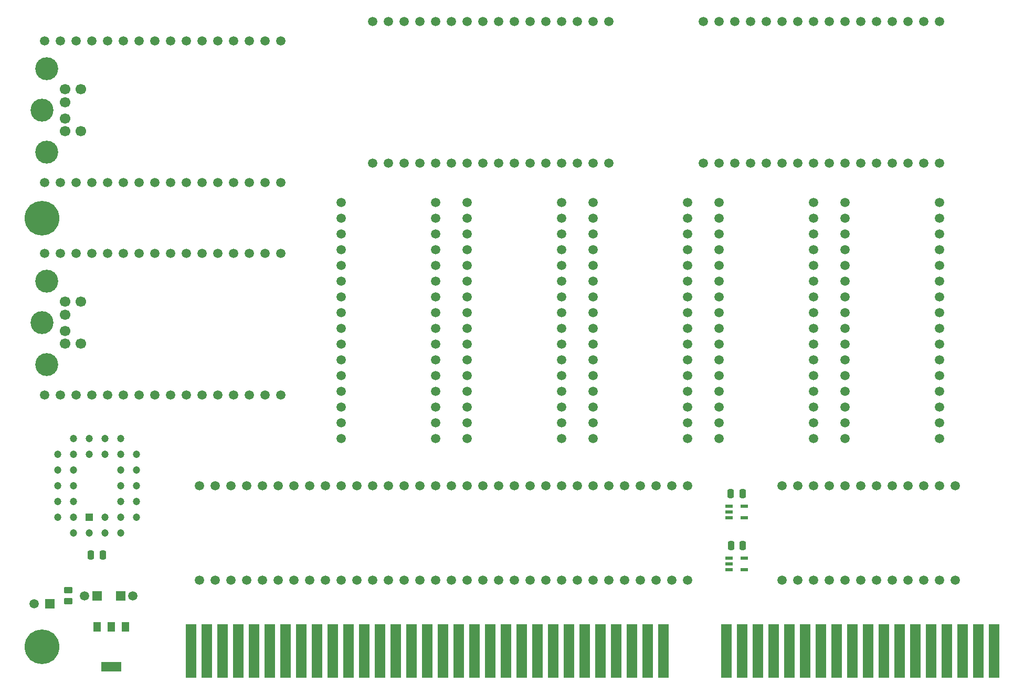
<source format=gts>
%TF.GenerationSoftware,KiCad,Pcbnew,8.0.7*%
%TF.CreationDate,2025-02-05T15:17:29+02:00*%
%TF.ProjectId,PS2 Board,50533220-426f-4617-9264-2e6b69636164,rev?*%
%TF.SameCoordinates,Original*%
%TF.FileFunction,Soldermask,Top*%
%TF.FilePolarity,Negative*%
%FSLAX46Y46*%
G04 Gerber Fmt 4.6, Leading zero omitted, Abs format (unit mm)*
G04 Created by KiCad (PCBNEW 8.0.7) date 2025-02-05 15:17:29*
%MOMM*%
%LPD*%
G01*
G04 APERTURE LIST*
G04 Aperture macros list*
%AMRoundRect*
0 Rectangle with rounded corners*
0 $1 Rounding radius*
0 $2 $3 $4 $5 $6 $7 $8 $9 X,Y pos of 4 corners*
0 Add a 4 corners polygon primitive as box body*
4,1,4,$2,$3,$4,$5,$6,$7,$8,$9,$2,$3,0*
0 Add four circle primitives for the rounded corners*
1,1,$1+$1,$2,$3*
1,1,$1+$1,$4,$5*
1,1,$1+$1,$6,$7*
1,1,$1+$1,$8,$9*
0 Add four rect primitives between the rounded corners*
20,1,$1+$1,$2,$3,$4,$5,0*
20,1,$1+$1,$4,$5,$6,$7,0*
20,1,$1+$1,$6,$7,$8,$9,0*
20,1,$1+$1,$8,$9,$2,$3,0*%
G04 Aperture macros list end*
%ADD10R,1.250000X0.600000*%
%ADD11R,1.500000X1.500000*%
%ADD12C,1.500000*%
%ADD13C,5.600000*%
%ADD14R,1.200000X1.200000*%
%ADD15C,1.200000*%
%ADD16RoundRect,0.250000X-0.250000X-0.475000X0.250000X-0.475000X0.250000X0.475000X-0.250000X0.475000X0*%
%ADD17R,1.200000X1.500000*%
%ADD18R,3.300000X1.500000*%
%ADD19C,3.700000*%
%ADD20C,1.700000*%
%ADD21R,1.780000X8.620000*%
%ADD22RoundRect,0.250000X0.250000X0.475000X-0.250000X0.475000X-0.250000X-0.475000X0.250000X-0.475000X0*%
%ADD23RoundRect,0.250000X0.450000X-0.262500X0.450000X0.262500X-0.450000X0.262500X-0.450000X-0.262500X0*%
G04 APERTURE END LIST*
D10*
%TO.C,IC4*%
X86736000Y23369000D03*
X86736000Y22419000D03*
X86736000Y21469000D03*
X89236000Y21469000D03*
X89236000Y23369000D03*
%TD*%
D11*
%TO.C,C4*%
X-15240000Y8890000D03*
D12*
X-17240000Y8890000D03*
%TD*%
D10*
%TO.C,IC5*%
X86736000Y14987000D03*
X86736000Y14037000D03*
X86736000Y13087000D03*
X89236000Y13087000D03*
X89236000Y14987000D03*
%TD*%
D13*
%TO.C,H10*%
X-24130000Y635000D03*
%TD*%
D12*
%TO.C,B16*%
X1270000Y11430000D03*
X3810000Y11430000D03*
X6350000Y11430000D03*
X8890000Y11430000D03*
X11430000Y11430000D03*
X13970000Y11430000D03*
X16510000Y11430000D03*
X19050000Y11430000D03*
X21590000Y11430000D03*
X24130000Y11430000D03*
X26670000Y11430000D03*
X29210000Y11430000D03*
X31750000Y11430000D03*
X34290000Y11430000D03*
X36830000Y11430000D03*
X39370000Y11430000D03*
X41910000Y11430000D03*
X44450000Y11430000D03*
X46990000Y11430000D03*
X49530000Y11430000D03*
X52070000Y11430000D03*
X54610000Y11430000D03*
X57150000Y11430000D03*
X59690000Y11430000D03*
X62230000Y11430000D03*
X64770000Y11430000D03*
X67310000Y11430000D03*
X69850000Y11430000D03*
X72390000Y11430000D03*
X74930000Y11430000D03*
X77470000Y11430000D03*
X80010000Y11430000D03*
X80010000Y26670000D03*
X77470000Y26670000D03*
X74930000Y26670000D03*
X72390000Y26670000D03*
X69850000Y26670000D03*
X67310000Y26670000D03*
X64770000Y26670000D03*
X62230000Y26670000D03*
X59690000Y26670000D03*
X57150000Y26670000D03*
X54610000Y26670000D03*
X52070000Y26670000D03*
X49530000Y26670000D03*
X46990000Y26670000D03*
X44450000Y26670000D03*
X41910000Y26670000D03*
X39370000Y26670000D03*
X36830000Y26670000D03*
X34290000Y26670000D03*
X31750000Y26670000D03*
X29210000Y26670000D03*
X26670000Y26670000D03*
X24130000Y26670000D03*
X21590000Y26670000D03*
X19050000Y26670000D03*
X16510000Y26670000D03*
X13970000Y26670000D03*
X11430000Y26670000D03*
X8890000Y26670000D03*
X6350000Y26670000D03*
X3810000Y26670000D03*
X1270000Y26670000D03*
%TD*%
D11*
%TO.C,LED1*%
X-22860000Y7620000D03*
D12*
X-25400000Y7620000D03*
%TD*%
%TO.C,B4*%
X123190000Y26670000D03*
X120650000Y26670000D03*
X118110000Y26670000D03*
X115570000Y26670000D03*
X113030000Y26670000D03*
X110490000Y26670000D03*
X107950000Y26670000D03*
X105410000Y26670000D03*
X102870000Y26670000D03*
X100330000Y26670000D03*
X97790000Y26670000D03*
X95250000Y26670000D03*
X95250000Y11430000D03*
X97790000Y11430000D03*
X100330000Y11430000D03*
X102870000Y11430000D03*
X105410000Y11430000D03*
X107950000Y11430000D03*
X110490000Y11430000D03*
X113030000Y11430000D03*
X115570000Y11430000D03*
X118110000Y11430000D03*
X120650000Y11430000D03*
X123190000Y11430000D03*
%TD*%
D14*
%TO.C,IC1*%
X-16510000Y21590000D03*
D15*
X-13970000Y19050000D03*
X-13970000Y21590000D03*
X-11430000Y19050000D03*
X-8890000Y21590000D03*
X-11430000Y21590000D03*
X-8890000Y24130000D03*
X-11430000Y24130000D03*
X-8890000Y26670000D03*
X-11430000Y26670000D03*
X-8890000Y29210000D03*
X-11430000Y29210000D03*
X-8890000Y31750000D03*
X-11430000Y34290000D03*
X-11430000Y31750000D03*
X-13970000Y34290000D03*
X-13970000Y31750000D03*
X-16510000Y34290000D03*
X-16510000Y31750000D03*
X-19050000Y34290000D03*
X-21590000Y31750000D03*
X-19050000Y31750000D03*
X-21590000Y29210000D03*
X-19050000Y29210000D03*
X-21590000Y26670000D03*
X-19050000Y26670000D03*
X-21590000Y24130000D03*
X-19050000Y24130000D03*
X-21590000Y21590000D03*
X-19050000Y19050000D03*
X-19050000Y21590000D03*
X-16510000Y19050000D03*
%TD*%
D12*
%TO.C,B11*%
X44450000Y72390000D03*
X44450000Y69850000D03*
X44450000Y67310000D03*
X44450000Y64770000D03*
X44450000Y62230000D03*
X44450000Y59690000D03*
X44450000Y57150000D03*
X44450000Y54610000D03*
X44450000Y52070000D03*
X44450000Y49530000D03*
X44450000Y46990000D03*
X44450000Y44450000D03*
X44450000Y41910000D03*
X44450000Y39370000D03*
X44450000Y36830000D03*
X44450000Y34290000D03*
X59690000Y34290000D03*
X59690000Y36830000D03*
X59690000Y39370000D03*
X59690000Y41910000D03*
X59690000Y44450000D03*
X59690000Y46990000D03*
X59690000Y49530000D03*
X59690000Y52070000D03*
X59690000Y54610000D03*
X59690000Y57150000D03*
X59690000Y59690000D03*
X59690000Y62230000D03*
X59690000Y64770000D03*
X59690000Y67310000D03*
X59690000Y69850000D03*
X59690000Y72390000D03*
%TD*%
D11*
%TO.C,C3*%
X-11430000Y8890000D03*
D12*
X-9430000Y8890000D03*
%TD*%
D16*
%TO.C,C1*%
X-16174000Y15494000D03*
X-14274000Y15494000D03*
%TD*%
D17*
%TO.C,IC3*%
X-10640000Y3835000D03*
X-12940000Y3835000D03*
X-15240000Y3835000D03*
D18*
X-12940000Y-2565000D03*
%TD*%
D12*
%TO.C,B1*%
X24130000Y72390000D03*
X24130000Y69850000D03*
X24130000Y67310000D03*
X24130000Y64770000D03*
X24130000Y62230000D03*
X24130000Y59690000D03*
X24130000Y57150000D03*
X24130000Y54610000D03*
X24130000Y52070000D03*
X24130000Y49530000D03*
X24130000Y46990000D03*
X24130000Y44450000D03*
X24130000Y41910000D03*
X24130000Y39370000D03*
X24130000Y36830000D03*
X24130000Y34290000D03*
X39370000Y34290000D03*
X39370000Y36830000D03*
X39370000Y39370000D03*
X39370000Y41910000D03*
X39370000Y44450000D03*
X39370000Y46990000D03*
X39370000Y49530000D03*
X39370000Y52070000D03*
X39370000Y54610000D03*
X39370000Y57150000D03*
X39370000Y59690000D03*
X39370000Y62230000D03*
X39370000Y64770000D03*
X39370000Y67310000D03*
X39370000Y69850000D03*
X39370000Y72390000D03*
%TD*%
%TO.C,B5*%
X105410000Y72390000D03*
X105410000Y69850000D03*
X105410000Y67310000D03*
X105410000Y64770000D03*
X105410000Y62230000D03*
X105410000Y59690000D03*
X105410000Y57150000D03*
X105410000Y54610000D03*
X105410000Y52070000D03*
X105410000Y49530000D03*
X105410000Y46990000D03*
X105410000Y44450000D03*
X105410000Y41910000D03*
X105410000Y39370000D03*
X105410000Y36830000D03*
X105410000Y34290000D03*
X120650000Y34290000D03*
X120650000Y36830000D03*
X120650000Y39370000D03*
X120650000Y41910000D03*
X120650000Y44450000D03*
X120650000Y46990000D03*
X120650000Y49530000D03*
X120650000Y52070000D03*
X120650000Y54610000D03*
X120650000Y57150000D03*
X120650000Y59690000D03*
X120650000Y62230000D03*
X120650000Y64770000D03*
X120650000Y67310000D03*
X120650000Y69850000D03*
X120650000Y72390000D03*
%TD*%
D13*
%TO.C,H7*%
X-24130000Y69850000D03*
%TD*%
D19*
%TO.C,B7*%
X-23330000Y46190000D03*
D20*
X-20330000Y49540000D03*
X-17830000Y49540000D03*
X-20330000Y51640000D03*
D19*
X-24130000Y52940000D03*
D20*
X-20330000Y54240000D03*
X-20330000Y56340000D03*
X-17830000Y56340000D03*
D19*
X-23330000Y59690000D03*
D12*
X-23672800Y41256000D03*
X-21132800Y41256000D03*
X-18592800Y41256000D03*
X-16052800Y41256000D03*
X-13512800Y41256000D03*
X-10972800Y41256000D03*
X-8432800Y41256000D03*
X-5892800Y41256000D03*
X-3352800Y41256000D03*
X-812800Y41256000D03*
X1727200Y41256000D03*
X4267200Y41256000D03*
X6807200Y41256000D03*
X9347200Y41256000D03*
X11887200Y41256000D03*
X14427200Y41256000D03*
X14427200Y64116000D03*
X11887200Y64116000D03*
X9347200Y64116000D03*
X6807200Y64116000D03*
X4267200Y64116000D03*
X1727200Y64116000D03*
X-812800Y64116000D03*
X-3352800Y64116000D03*
X-5892800Y64116000D03*
X-8432800Y64116000D03*
X-10972800Y64116000D03*
X-13512800Y64116000D03*
X-16052800Y64116000D03*
X-18592800Y64116000D03*
X-21132800Y64116000D03*
X-23672800Y64116000D03*
%TD*%
%TO.C,B3*%
X82550000Y78740000D03*
X85090000Y78740000D03*
X87630000Y78740000D03*
X90170000Y78740000D03*
X92710000Y78740000D03*
X95250000Y78740000D03*
X97790000Y78740000D03*
X100330000Y78740000D03*
X102870000Y78740000D03*
X105410000Y78740000D03*
X107950000Y78740000D03*
X110490000Y78740000D03*
X113030000Y78740000D03*
X115570000Y78740000D03*
X118110000Y78740000D03*
X120650000Y78740000D03*
X120650000Y101600000D03*
X118110000Y101600000D03*
X115570000Y101600000D03*
X113030000Y101600000D03*
X110490000Y101600000D03*
X107950000Y101600000D03*
X105410000Y101600000D03*
X102870000Y101600000D03*
X100330000Y101600000D03*
X97790000Y101600000D03*
X95250000Y101600000D03*
X92710000Y101600000D03*
X90170000Y101600000D03*
X87630000Y101600000D03*
X85090000Y101600000D03*
X82550000Y101600000D03*
%TD*%
D21*
%TO.C,J1*%
X-50800Y0D03*
X2489200Y0D03*
X5029200Y0D03*
X7569200Y0D03*
X10109200Y0D03*
X12649200Y0D03*
X15189200Y0D03*
X17729200Y0D03*
X20269200Y0D03*
X22809200Y0D03*
X25349200Y0D03*
X27889200Y0D03*
X30429200Y0D03*
X32969200Y0D03*
X35509200Y0D03*
X38049200Y0D03*
X40589200Y0D03*
X43129200Y0D03*
X45669200Y0D03*
X48209200Y0D03*
X50749200Y0D03*
X53289200Y0D03*
X55829200Y0D03*
X58369200Y0D03*
X60909200Y0D03*
X63449200Y0D03*
X65989200Y0D03*
X68529200Y0D03*
X71069200Y0D03*
X73609200Y0D03*
X76149200Y0D03*
X86309200Y0D03*
X88849200Y0D03*
X91389200Y0D03*
X93929200Y0D03*
X96469200Y0D03*
X99009200Y0D03*
X101549200Y0D03*
X104089200Y0D03*
X106629200Y0D03*
X109169200Y0D03*
X111709200Y0D03*
X114249200Y0D03*
X116789200Y0D03*
X119329200Y0D03*
X121869200Y0D03*
X124409200Y0D03*
X126949200Y0D03*
X129489200Y0D03*
%TD*%
D19*
%TO.C,B2*%
X-23330000Y80480000D03*
D20*
X-20330000Y83830000D03*
X-17830000Y83830000D03*
X-20330000Y85930000D03*
D19*
X-24130000Y87230000D03*
D20*
X-20330000Y88530000D03*
X-20330000Y90630000D03*
X-17830000Y90630000D03*
D19*
X-23330000Y93980000D03*
D12*
X-23672800Y75546000D03*
X-21132800Y75546000D03*
X-18592800Y75546000D03*
X-16052800Y75546000D03*
X-13512800Y75546000D03*
X-10972800Y75546000D03*
X-8432800Y75546000D03*
X-5892800Y75546000D03*
X-3352800Y75546000D03*
X-812800Y75546000D03*
X1727200Y75546000D03*
X4267200Y75546000D03*
X6807200Y75546000D03*
X9347200Y75546000D03*
X11887200Y75546000D03*
X14427200Y75546000D03*
X14427200Y98406000D03*
X11887200Y98406000D03*
X9347200Y98406000D03*
X6807200Y98406000D03*
X4267200Y98406000D03*
X1727200Y98406000D03*
X-812800Y98406000D03*
X-3352800Y98406000D03*
X-5892800Y98406000D03*
X-8432800Y98406000D03*
X-10972800Y98406000D03*
X-13512800Y98406000D03*
X-16052800Y98406000D03*
X-18592800Y98406000D03*
X-21132800Y98406000D03*
X-23672800Y98406000D03*
%TD*%
D22*
%TO.C,C5*%
X88900000Y25400000D03*
X87000000Y25400000D03*
%TD*%
D12*
%TO.C,B12*%
X64770000Y72390000D03*
X64770000Y69850000D03*
X64770000Y67310000D03*
X64770000Y64770000D03*
X64770000Y62230000D03*
X64770000Y59690000D03*
X64770000Y57150000D03*
X64770000Y54610000D03*
X64770000Y52070000D03*
X64770000Y49530000D03*
X64770000Y46990000D03*
X64770000Y44450000D03*
X64770000Y41910000D03*
X64770000Y39370000D03*
X64770000Y36830000D03*
X64770000Y34290000D03*
X80010000Y34290000D03*
X80010000Y36830000D03*
X80010000Y39370000D03*
X80010000Y41910000D03*
X80010000Y44450000D03*
X80010000Y46990000D03*
X80010000Y49530000D03*
X80010000Y52070000D03*
X80010000Y54610000D03*
X80010000Y57150000D03*
X80010000Y59690000D03*
X80010000Y62230000D03*
X80010000Y64770000D03*
X80010000Y67310000D03*
X80010000Y69850000D03*
X80010000Y72390000D03*
%TD*%
D23*
%TO.C,R3*%
X-19822000Y7977500D03*
X-19822000Y9802500D03*
%TD*%
D12*
%TO.C,B9*%
X85090000Y72390000D03*
X85090000Y69850000D03*
X85090000Y67310000D03*
X85090000Y64770000D03*
X85090000Y62230000D03*
X85090000Y59690000D03*
X85090000Y57150000D03*
X85090000Y54610000D03*
X85090000Y52070000D03*
X85090000Y49530000D03*
X85090000Y46990000D03*
X85090000Y44450000D03*
X85090000Y41910000D03*
X85090000Y39370000D03*
X85090000Y36830000D03*
X85090000Y34290000D03*
X100330000Y34290000D03*
X100330000Y36830000D03*
X100330000Y39370000D03*
X100330000Y41910000D03*
X100330000Y44450000D03*
X100330000Y46990000D03*
X100330000Y49530000D03*
X100330000Y52070000D03*
X100330000Y54610000D03*
X100330000Y57150000D03*
X100330000Y59690000D03*
X100330000Y62230000D03*
X100330000Y64770000D03*
X100330000Y67310000D03*
X100330000Y69850000D03*
X100330000Y72390000D03*
%TD*%
%TO.C,B8*%
X29210000Y78740000D03*
X31750000Y78740000D03*
X34290000Y78740000D03*
X36830000Y78740000D03*
X39370000Y78740000D03*
X41910000Y78740000D03*
X44450000Y78740000D03*
X46990000Y78740000D03*
X49530000Y78740000D03*
X52070000Y78740000D03*
X54610000Y78740000D03*
X57150000Y78740000D03*
X59690000Y78740000D03*
X62230000Y78740000D03*
X64770000Y78740000D03*
X67310000Y78740000D03*
X67310000Y101600000D03*
X64770000Y101600000D03*
X62230000Y101600000D03*
X59690000Y101600000D03*
X57150000Y101600000D03*
X54610000Y101600000D03*
X52070000Y101600000D03*
X49530000Y101600000D03*
X46990000Y101600000D03*
X44450000Y101600000D03*
X41910000Y101600000D03*
X39370000Y101600000D03*
X36830000Y101600000D03*
X34290000Y101600000D03*
X31750000Y101600000D03*
X29210000Y101600000D03*
%TD*%
D22*
%TO.C,C6*%
X88940000Y16958000D03*
X87040000Y16958000D03*
%TD*%
M02*

</source>
